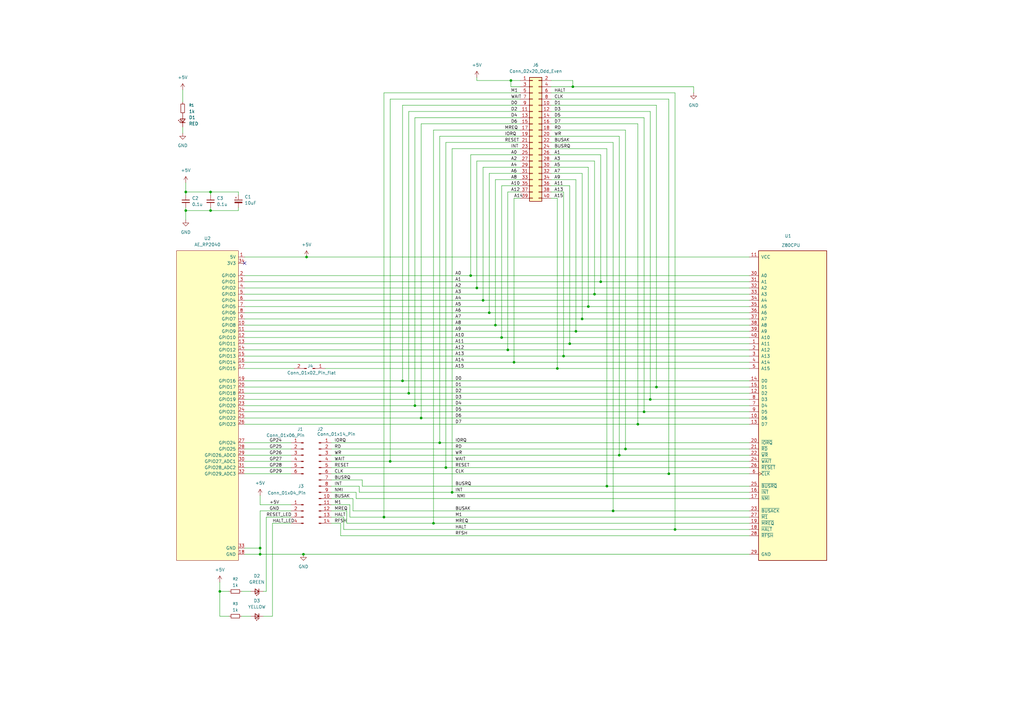
<source format=kicad_sch>
(kicad_sch (version 20250114) (generator "eeschema") (generator_version "9.0")
  (paper "A3")
  (title_block (title "EMUZ80_Pico2") (rev "0.1"))
  (lib_symbols
    (symbol "Connector:Conn_01x04_Pin" (pin_names (offset 1.016) (hide yes))
      (property "Reference" "J" (at 0 5.08 0))
      (property "Value" "Conn_01x04_Pin" (at 0 -7.62 0))
      (symbol "Conn_01x04_Pin_1_1"
        (rectangle (start 0.8636 2.667) (end 0 2.413) (stroke (width 0.1524)) (fill (type outline)))
        (rectangle (start 0.8636 0.127) (end 0 -0.127) (stroke (width 0.1524)) (fill (type outline)))
        (rectangle (start 0.8636 -2.413) (end 0 -2.667) (stroke (width 0.1524)) (fill (type outline)))
        (rectangle (start 0.8636 -4.953) (end 0 -5.207) (stroke (width 0.1524)) (fill (type outline)))
        (polyline (pts (xy 1.27 2.54) (xy 0.8636 2.54)) (stroke (width 0.1524)))
        (polyline (pts (xy 1.27 0) (xy 0.8636 0)) (stroke (width 0.1524)))
        (polyline (pts (xy 1.27 -2.54) (xy 0.8636 -2.54)) (stroke (width 0.1524)))
        (polyline (pts (xy 1.27 -5.08) (xy 0.8636 -5.08)) (stroke (width 0.1524)))
        (pin passive line (at 5.08 2.54 180) (length 3.81) (name "Pin_1") (number "1"))
        (pin passive line (at 5.08 0 180) (length 3.81) (name "Pin_2") (number "2"))
        (pin passive line (at 5.08 -2.54 180) (length 3.81) (name "Pin_3") (number "3"))
        (pin passive line (at 5.08 -5.08 180) (length 3.81) (name "Pin_4") (number "4"))
      )
    )
    (symbol "Connector:Conn_01x06_Pin" (pin_names (offset 1.016) (hide yes))
      (property "Reference" "J" (at 0 7.62 0))
      (property "Value" "Conn_01x06_Pin" (at 0 -10.16 0))
      (symbol "Conn_01x06_Pin_1_1"
        (rectangle (start 0.8636 5.207) (end 0 4.953) (stroke (width 0.1524)) (fill (type outline)))
        (rectangle (start 0.8636 2.667) (end 0 2.413) (stroke (width 0.1524)) (fill (type outline)))
        (rectangle (start 0.8636 0.127) (end 0 -0.127) (stroke (width 0.1524)) (fill (type outline)))
        (rectangle (start 0.8636 -2.413) (end 0 -2.667) (stroke (width 0.1524)) (fill (type outline)))
        (rectangle (start 0.8636 -4.953) (end 0 -5.207) (stroke (width 0.1524)) (fill (type outline)))
        (rectangle (start 0.8636 -7.493) (end 0 -7.747) (stroke (width 0.1524)) (fill (type outline)))
        (polyline (pts (xy 1.27 5.08) (xy 0.8636 5.08)) (stroke (width 0.1524)))
        (polyline (pts (xy 1.27 2.54) (xy 0.8636 2.54)) (stroke (width 0.1524)))
        (polyline (pts (xy 1.27 0) (xy 0.8636 0)) (stroke (width 0.1524)))
        (polyline (pts (xy 1.27 -2.54) (xy 0.8636 -2.54)) (stroke (width 0.1524)))
        (polyline (pts (xy 1.27 -5.08) (xy 0.8636 -5.08)) (stroke (width 0.1524)))
        (polyline (pts (xy 1.27 -7.62) (xy 0.8636 -7.62)) (stroke (width 0.1524)))
        (pin passive line (at 5.08 5.08 180) (length 3.81) (name "Pin_1") (number "1"))
        (pin passive line (at 5.08 2.54 180) (length 3.81) (name "Pin_2") (number "2"))
        (pin passive line (at 5.08 0 180) (length 3.81) (name "Pin_3") (number "3"))
        (pin passive line (at 5.08 -2.54 180) (length 3.81) (name "Pin_4") (number "4"))
        (pin passive line (at 5.08 -5.08 180) (length 3.81) (name "Pin_5") (number "5"))
        (pin passive line (at 5.08 -7.62 180) (length 3.81) (name "Pin_6") (number "6"))
      )
    )
    (symbol "Connector:Conn_01x14_Pin" (pin_names (offset 1.016) (hide yes))
      (property "Reference" "J" (at 0 17.78 0))
      (property "Value" "Conn_01x14_Pin" (at 0 -20.32 0))
      (symbol "Conn_01x14_Pin_1_1"
        (rectangle (start 0.8636 15.367) (end 0 15.113) (stroke (width 0.1524)) (fill (type outline)))
        (rectangle (start 0.8636 12.827) (end 0 12.573) (stroke (width 0.1524)) (fill (type outline)))
        (rectangle (start 0.8636 10.287) (end 0 10.033) (stroke (width 0.1524)) (fill (type outline)))
        (rectangle (start 0.8636 7.747) (end 0 7.493) (stroke (width 0.1524)) (fill (type outline)))
        (rectangle (start 0.8636 5.207) (end 0 4.953) (stroke (width 0.1524)) (fill (type outline)))
        (rectangle (start 0.8636 2.667) (end 0 2.413) (stroke (width 0.1524)) (fill (type outline)))
        (rectangle (start 0.8636 0.127) (end 0 -0.127) (stroke (width 0.1524)) (fill (type outline)))
        (rectangle (start 0.8636 -2.413) (end 0 -2.667) (stroke (width 0.1524)) (fill (type outline)))
        (rectangle (start 0.8636 -4.953) (end 0 -5.207) (stroke (width 0.1524)) (fill (type outline)))
        (rectangle (start 0.8636 -7.493) (end 0 -7.747) (stroke (width 0.1524)) (fill (type outline)))
        (rectangle (start 0.8636 -10.033) (end 0 -10.287) (stroke (width 0.1524)) (fill (type outline)))
        (rectangle (start 0.8636 -12.573) (end 0 -12.827) (stroke (width 0.1524)) (fill (type outline)))
        (rectangle (start 0.8636 -15.113) (end 0 -15.367) (stroke (width 0.1524)) (fill (type outline)))
        (rectangle (start 0.8636 -17.653) (end 0 -17.907) (stroke (width 0.1524)) (fill (type outline)))
        (polyline (pts (xy 1.27 15.24) (xy 0.8636 15.24)) (stroke (width 0.1524)))
        (polyline (pts (xy 1.27 12.7) (xy 0.8636 12.7)) (stroke (width 0.1524)))
        (polyline (pts (xy 1.27 10.16) (xy 0.8636 10.16)) (stroke (width 0.1524)))
        (polyline (pts (xy 1.27 7.62) (xy 0.8636 7.62)) (stroke (width 0.1524)))
        (polyline (pts (xy 1.27 5.08) (xy 0.8636 5.08)) (stroke (width 0.1524)))
        (polyline (pts (xy 1.27 2.54) (xy 0.8636 2.54)) (stroke (width 0.1524)))
        (polyline (pts (xy 1.27 0) (xy 0.8636 0)) (stroke (width 0.1524)))
        (polyline (pts (xy 1.27 -2.54) (xy 0.8636 -2.54)) (stroke (width 0.1524)))
        (polyline (pts (xy 1.27 -5.08) (xy 0.8636 -5.08)) (stroke (width 0.1524)))
        (polyline (pts (xy 1.27 -7.62) (xy 0.8636 -7.62)) (stroke (width 0.1524)))
        (polyline (pts (xy 1.27 -10.16) (xy 0.8636 -10.16)) (stroke (width 0.1524)))
        (polyline (pts (xy 1.27 -12.7) (xy 0.8636 -12.7)) (stroke (width 0.1524)))
        (polyline (pts (xy 1.27 -15.24) (xy 0.8636 -15.24)) (stroke (width 0.1524)))
        (polyline (pts (xy 1.27 -17.78) (xy 0.8636 -17.78)) (stroke (width 0.1524)))
        (pin passive line (at 5.08 15.24 180) (length 3.81) (name "Pin_1") (number "1"))
        (pin passive line (at 5.08 12.7 180) (length 3.81) (name "Pin_2") (number "2"))
        (pin passive line (at 5.08 10.16 180) (length 3.81) (name "Pin_3") (number "3"))
        (pin passive line (at 5.08 7.62 180) (length 3.81) (name "Pin_4") (number "4"))
        (pin passive line (at 5.08 5.08 180) (length 3.81) (name "Pin_5") (number "5"))
        (pin passive line (at 5.08 2.54 180) (length 3.81) (name "Pin_6") (number "6"))
        (pin passive line (at 5.08 0 180) (length 3.81) (name "Pin_7") (number "7"))
        (pin passive line (at 5.08 -2.54 180) (length 3.81) (name "Pin_8") (number "8"))
        (pin passive line (at 5.08 -5.08 180) (length 3.81) (name "Pin_9") (number "9"))
        (pin passive line (at 5.08 -7.62 180) (length 3.81) (name "Pin_10") (number "10"))
        (pin passive line (at 5.08 -10.16 180) (length 3.81) (name "Pin_11") (number "11"))
        (pin passive line (at 5.08 -12.7 180) (length 3.81) (name "Pin_12") (number "12"))
        (pin passive line (at 5.08 -15.24 180) (length 3.81) (name "Pin_13") (number "13"))
        (pin passive line (at 5.08 -17.78 180) (length 3.81) (name "Pin_14") (number "14"))
      )
    )
    (symbol "Connector_Generic:Conn_02x20_Odd_Even" (pin_names (offset 1.016) (hide yes))
      (property "Reference" "J" (at 1.27 25.4 0))
      (property "Value" "Conn_02x20_Odd_Even" (at 1.27 -27.94 0))
      (symbol "Conn_02x20_Odd_Even_1_1"
        (rectangle (start -1.27 24.13) (end 3.81 -26.67) (stroke (width 0.254)) (fill (type background)))
        (rectangle (start -1.27 22.987) (end 0 22.733) (stroke (width 0.1524)))
        (rectangle (start -1.27 20.447) (end 0 20.193) (stroke (width 0.1524)))
        (rectangle (start -1.27 17.907) (end 0 17.653) (stroke (width 0.1524)))
        (rectangle (start -1.27 15.367) (end 0 15.113) (stroke (width 0.1524)))
        (rectangle (start -1.27 12.827) (end 0 12.573) (stroke (width 0.1524)))
        (rectangle (start -1.27 10.287) (end 0 10.033) (stroke (width 0.1524)))
        (rectangle (start -1.27 7.747) (end 0 7.493) (stroke (width 0.1524)))
        (rectangle (start -1.27 5.207) (end 0 4.953) (stroke (width 0.1524)))
        (rectangle (start -1.27 2.667) (end 0 2.413) (stroke (width 0.1524)))
        (rectangle (start -1.27 0.127) (end 0 -0.127) (stroke (width 0.1524)))
        (rectangle (start -1.27 -2.413) (end 0 -2.667) (stroke (width 0.1524)))
        (rectangle (start -1.27 -4.953) (end 0 -5.207) (stroke (width 0.1524)))
        (rectangle (start -1.27 -7.493) (end 0 -7.747) (stroke (width 0.1524)))
        (rectangle (start -1.27 -10.033) (end 0 -10.287) (stroke (width 0.1524)))
        (rectangle (start -1.27 -12.573) (end 0 -12.827) (stroke (width 0.1524)))
        (rectangle (start -1.27 -15.113) (end 0 -15.367) (stroke (width 0.1524)))
        (rectangle (start -1.27 -17.653) (end 0 -17.907) (stroke (width 0.1524)))
        (rectangle (start -1.27 -20.193) (end 0 -20.447) (stroke (width 0.1524)))
        (rectangle (start -1.27 -22.733) (end 0 -22.987) (stroke (width 0.1524)))
        (rectangle (start -1.27 -25.273) (end 0 -25.527) (stroke (width 0.1524)))
        (rectangle (start 3.81 22.987) (end 2.54 22.733) (stroke (width 0.1524)))
        (rectangle (start 3.81 20.447) (end 2.54 20.193) (stroke (width 0.1524)))
        (rectangle (start 3.81 17.907) (end 2.54 17.653) (stroke (width 0.1524)))
        (rectangle (start 3.81 15.367) (end 2.54 15.113) (stroke (width 0.1524)))
        (rectangle (start 3.81 12.827) (end 2.54 12.573) (stroke (width 0.1524)))
        (rectangle (start 3.81 10.287) (end 2.54 10.033) (stroke (width 0.1524)))
        (rectangle (start 3.81 7.747) (end 2.54 7.493) (stroke (width 0.1524)))
        (rectangle (start 3.81 5.207) (end 2.54 4.953) (stroke (width 0.1524)))
        (rectangle (start 3.81 2.667) (end 2.54 2.413) (stroke (width 0.1524)))
        (rectangle (start 3.81 0.127) (end 2.54 -0.127) (stroke (width 0.1524)))
        (rectangle (start 3.81 -2.413) (end 2.54 -2.667) (stroke (width 0.1524)))
        (rectangle (start 3.81 -4.953) (end 2.54 -5.207) (stroke (width 0.1524)))
        (rectangle (start 3.81 -7.493) (end 2.54 -7.747) (stroke (width 0.1524)))
        (rectangle (start 3.81 -10.033) (end 2.54 -10.287) (stroke (width 0.1524)))
        (rectangle (start 3.81 -12.573) (end 2.54 -12.827) (stroke (width 0.1524)))
        (rectangle (start 3.81 -15.113) (end 2.54 -15.367) (stroke (width 0.1524)))
        (rectangle (start 3.81 -17.653) (end 2.54 -17.907) (stroke (width 0.1524)))
        (rectangle (start 3.81 -20.193) (end 2.54 -20.447) (stroke (width 0.1524)))
        (rectangle (start 3.81 -22.733) (end 2.54 -22.987) (stroke (width 0.1524)))
        (rectangle (start 3.81 -25.273) (end 2.54 -25.527) (stroke (width 0.1524)))
        (pin passive line (at -5.08 22.86 0) (length 3.81) (name "Pin_1") (number "1"))
        (pin passive line (at -5.08 20.32 0) (length 3.81) (name "Pin_3") (number "3"))
        (pin passive line (at -5.08 17.78 0) (length 3.81) (name "Pin_5") (number "5"))
        (pin passive line (at -5.08 15.24 0) (length 3.81) (name "Pin_7") (number "7"))
        (pin passive line (at -5.08 12.7 0) (length 3.81) (name "Pin_9") (number "9"))
        (pin passive line (at -5.08 10.16 0) (length 3.81) (name "Pin_11") (number "11"))
        (pin passive line (at -5.08 7.62 0) (length 3.81) (name "Pin_13") (number "13"))
        (pin passive line (at -5.08 5.08 0) (length 3.81) (name "Pin_15") (number "15"))
        (pin passive line (at -5.08 2.54 0) (length 3.81) (name "Pin_17") (number "17"))
        (pin passive line (at -5.08 0 0) (length 3.81) (name "Pin_19") (number "19"))
        (pin passive line (at -5.08 -2.54 0) (length 3.81) (name "Pin_21") (number "21"))
        (pin passive line (at -5.08 -5.08 0) (length 3.81) (name "Pin_23") (number "23"))
        (pin passive line (at -5.08 -7.62 0) (length 3.81) (name "Pin_25") (number "25"))
        (pin passive line (at -5.08 -10.16 0) (length 3.81) (name "Pin_27") (number "27"))
        (pin passive line (at -5.08 -12.7 0) (length 3.81) (name "Pin_29") (number "29"))
        (pin passive line (at -5.08 -15.24 0) (length 3.81) (name "Pin_31") (number "31"))
        (pin passive line (at -5.08 -17.78 0) (length 3.81) (name "Pin_33") (number "33"))
        (pin passive line (at -5.08 -20.32 0) (length 3.81) (name "Pin_35") (number "35"))
        (pin passive line (at -5.08 -22.86 0) (length 3.81) (name "Pin_37") (number "37"))
        (pin passive line (at -5.08 -25.4 0) (length 3.81) (name "Pin_39") (number "39"))
        (pin passive line (at 7.62 22.86 180) (length 3.81) (name "Pin_2") (number "2"))
        (pin passive line (at 7.62 20.32 180) (length 3.81) (name "Pin_4") (number "4"))
        (pin passive line (at 7.62 17.78 180) (length 3.81) (name "Pin_6") (number "6"))
        (pin passive line (at 7.62 15.24 180) (length 3.81) (name "Pin_8") (number "8"))
        (pin passive line (at 7.62 12.7 180) (length 3.81) (name "Pin_10") (number "10"))
        (pin passive line (at 7.62 10.16 180) (length 3.81) (name "Pin_12") (number "12"))
        (pin passive line (at 7.62 7.62 180) (length 3.81) (name "Pin_14") (number "14"))
        (pin passive line (at 7.62 5.08 180) (length 3.81) (name "Pin_16") (number "16"))
        (pin passive line (at 7.62 2.54 180) (length 3.81) (name "Pin_18") (number "18"))
        (pin passive line (at 7.62 0 180) (length 3.81) (name "Pin_20") (number "20"))
        (pin passive line (at 7.62 -2.54 180) (length 3.81) (name "Pin_22") (number "22"))
        (pin passive line (at 7.62 -5.08 180) (length 3.81) (name "Pin_24") (number "24"))
        (pin passive line (at 7.62 -7.62 180) (length 3.81) (name "Pin_26") (number "26"))
        (pin passive line (at 7.62 -10.16 180) (length 3.81) (name "Pin_28") (number "28"))
        (pin passive line (at 7.62 -12.7 180) (length 3.81) (name "Pin_30") (number "30"))
        (pin passive line (at 7.62 -15.24 180) (length 3.81) (name "Pin_32") (number "32"))
        (pin passive line (at 7.62 -17.78 180) (length 3.81) (name "Pin_34") (number "34"))
        (pin passive line (at 7.62 -20.32 180) (length 3.81) (name "Pin_36") (number "36"))
        (pin passive line (at 7.62 -22.86 180) (length 3.81) (name "Pin_38") (number "38"))
        (pin passive line (at 7.62 -25.4 180) (length 3.81) (name "Pin_40") (number "40"))
      )
    )
    (symbol "Device:C_Polarized_Small" (pin_numbers (hide yes)) (pin_names (offset 0.254) (hide yes))
      (property "Reference" "C" (at 0.254 1.778 0))
      (property "Value" "C_Polarized_Small" (at 0.254 -2.032 0))
      (symbol "C_Polarized_Small_0_1"
        (rectangle (start -1.524 0.6858) (end 1.524 0.3048))
        (rectangle (start -1.524 -0.3048) (end 1.524 -0.6858) (fill (type outline)))
        (polyline (pts (xy -1.27 1.524) (xy -0.762 1.524)))
        (polyline (pts (xy -1.016 1.27) (xy -1.016 1.778)))
      )
      (symbol "C_Polarized_Small_1_1"
        (pin passive line (at 0 2.54 270) (length 1.8542) (name "~") (number "1"))
        (pin passive line (at 0 -2.54 90) (length 1.8542) (name "~") (number "2"))
      )
    )
    (symbol "Device:C_Small" (pin_numbers (hide yes)) (pin_names (offset 0.254) (hide yes))
      (property "Reference" "C" (at 0.254 1.778 0))
      (property "Value" "C_Small" (at 0.254 -2.032 0))
      (symbol "C_Small_0_1"
        (polyline (pts (xy -1.524 0.508) (xy 1.524 0.508)) (stroke (width 0.3048)))
        (polyline (pts (xy -1.524 -0.508) (xy 1.524 -0.508)) (stroke (width 0.3302)))
      )
      (symbol "C_Small_1_1"
        (pin passive line (at 0 2.54 270) (length 2.032) (name "~") (number "1"))
        (pin passive line (at 0 -2.54 90) (length 2.032) (name "~") (number "2"))
      )
    )
    (symbol "local:AE_RP2040" (pin_names (offset 1.016))
      (property "Reference" "U" (at -10.414 57.912 0))
      (property "Value" "AE_RP2040" (at -6.096 60.96 0))
      (symbol "AE_RP2040_0_1"
        (rectangle (start -12.7 63.5) (end 12.7 -63.5) (fill (type background)))
      )
      (symbol "AE_RP2040_1_1"
        (pin power_out line (at 15.24 60.96 180) (length 2.54) (name "5V") (number "1"))
        (pin power_out line (at 15.24 58.42 180) (length 2.54) (name "3V3") (number "34"))
        (pin bidirectional line (at 15.24 53.34 180) (length 2.54) (name "GPIO0") (number "2"))
        (pin bidirectional line (at 15.24 50.8 180) (length 2.54) (name "GPIO1") (number "3"))
        (pin bidirectional line (at 15.24 48.26 180) (length 2.54) (name "GPIO2") (number "4"))
        (pin bidirectional line (at 15.24 45.72 180) (length 2.54) (name "GPIO3") (number "5"))
        (pin bidirectional line (at 15.24 43.18 180) (length 2.54) (name "GPIO4") (number "6"))
        (pin bidirectional line (at 15.24 40.64 180) (length 2.54) (name "GPIO5") (number "7"))
        (pin bidirectional line (at 15.24 38.1 180) (length 2.54) (name "GPIO6") (number "8"))
        (pin bidirectional line (at 15.24 35.56 180) (length 2.54) (name "GPIO7") (number "9"))
        (pin bidirectional line (at 15.24 33.02 180) (length 2.54) (name "GPIO8") (number "10"))
        (pin bidirectional line (at 15.24 30.48 180) (length 2.54) (name "GPIO9") (number "11"))
        (pin bidirectional line (at 15.24 27.94 180) (length 2.54) (name "GPIO10") (number "12"))
        (pin bidirectional line (at 15.24 25.4 180) (length 2.54) (name "GPIO11") (number "13"))
        (pin bidirectional line (at 15.24 22.86 180) (length 2.54) (name "GPIO12") (number "14"))
        (pin bidirectional line (at 15.24 20.32 180) (length 2.54) (name "GPIO13") (number "15"))
        (pin bidirectional line (at 15.24 17.78 180) (length 2.54) (name "GPIO14") (number "16"))
        (pin bidirectional line (at 15.24 15.24 180) (length 2.54) (name "GPIO15") (number "17"))
        (pin bidirectional line (at 15.24 10.16 180) (length 2.54) (name "GPIO16") (number "19"))
        (pin bidirectional line (at 15.24 7.62 180) (length 2.54) (name "GPIO17") (number "20"))
        (pin bidirectional line (at 15.24 5.08 180) (length 2.54) (name "GPIO18") (number "21"))
        (pin bidirectional line (at 15.24 2.54 180) (length 2.54) (name "GPIO19") (number "22"))
        (pin bidirectional line (at 15.24 0 180) (length 2.54) (name "GPIO20") (number "23"))
        (pin bidirectional line (at 15.24 -2.54 180) (length 2.54) (name "GPIO21") (number "24"))
        (pin bidirectional line (at 15.24 -5.08 180) (length 2.54) (name "GPIO22") (number "25"))
        (pin bidirectional line (at 15.24 -7.62 180) (length 2.54) (name "GPIO23") (number "26"))
        (pin bidirectional line (at 15.24 -15.24 180) (length 2.54) (name "GPIO24") (number "27"))
        (pin bidirectional line (at 15.24 -17.78 180) (length 2.54) (name "GPIO25") (number "28"))
        (pin bidirectional line (at 15.24 -20.32 180) (length 2.54) (name "GPIO26_ADC0") (number "29"))
        (pin bidirectional line (at 15.24 -22.86 180) (length 2.54) (name "GPIO27_ADC1") (number "30"))
        (pin bidirectional line (at 15.24 -25.4 180) (length 2.54) (name "GPIO28_ADC2") (number "31"))
        (pin bidirectional line (at 15.24 -27.94 180) (length 2.54) (name "GPIO29_ADC3") (number "32"))
        (pin power_in line (at 15.24 -58.42 180) (length 2.54) (name "GND") (number "33"))
        (pin power_in line (at 15.24 -60.96 180) (length 2.54) (name "GND") (number "18"))
      )
    )
    (symbol "local:Conn_01x02_Pin_flat" (pin_names (offset 1.016) (hide yes))
      (property "Reference" "J" (at 0 2.54 0))
      (property "Value" "Conn_01x02_Pin_flat" (at 0 -5.08 0))
      (symbol "Conn_01x02_Pin_flat_1_1"
        (polyline (pts (xy -3.81 0) (xy -3.4036 0)) (stroke (width 0.1524)))
        (rectangle (start -3.4036 0.127) (end -2.54 -0.127) (stroke (width 0.1524)) (fill (type outline)))
        (rectangle (start 0.8636 0.127) (end 0 -0.127) (stroke (width 0.1524)) (fill (type outline)))
        (polyline (pts (xy 1.27 0) (xy 0.8636 0)) (stroke (width 0.1524)))
        (pin passive line (at -7.62 0 0) (length 3.81) (name "Pin_2") (number "2"))
        (pin passive line (at 5.08 0 180) (length 3.81) (name "Pin_1") (number "1"))
      )
    )
    (symbol "local:LED_Small" (pin_numbers (hide yes)) (pin_names (offset 0.254) (hide yes))
      (property "Reference" "D" (at -1.27 3.175 0))
      (property "Value" "LED_Small" (at -4.445 -2.54 0))
      (symbol "LED_Small_0_1"
        (polyline (pts (xy -0.762 -1.016) (xy -0.762 1.016)) (stroke (width 0.254)))
        (polyline (pts (xy 0 0.762) (xy -0.508 1.27) (xy -0.254 1.27) (xy -0.508 1.27) (xy -0.508 1.016)))
        (polyline (pts (xy 0.508 1.27) (xy 0 1.778) (xy 0.254 1.778) (xy 0 1.778) (xy 0 1.524)))
        (polyline (pts (xy 0.762 -1.016) (xy -0.762 0) (xy 0.762 1.016) (xy 0.762 -1.016)) (stroke (width 0.254)))
        (polyline (pts (xy 1.016 0) (xy -0.762 0)))
      )
      (symbol "LED_Small_1_1"
        (pin passive line (at -2.54 0 0) (length 1.778) (name "K") (number "1"))
        (pin passive line (at 2.54 0 180) (length 1.778) (name "A") (number "2"))
      )
    )
    (symbol "local:R_Small" (pin_numbers (hide yes)) (pin_names (offset 0.254) (hide yes))
      (property "Reference" "R" (at 0 0 90))
      (property "Value" "R_Small" (at 1.778 0 90))
      (symbol "R_Small_0_1"
        (rectangle (start -0.762 1.778) (end 0.762 -1.778) (stroke (width 0.2032)))
      )
      (symbol "R_Small_1_1"
        (pin passive line (at 0 2.54 270) (length 0.762) (name "~") (number "1"))
        (pin passive line (at 0 -2.54 90) (length 0.762) (name "~") (number "2"))
      )
    )
    (symbol "local:Z80CPU_OneSide" (pin_names (offset 1.016))
      (property "Reference" "U" (at 4.064 57.912 0))
      (property "Value" "Z80CPU" (at 2.54 60.96 0))
      (symbol "Z80CPU_OneSide_0_1"
        (rectangle (start -13.97 63.5) (end 13.97 -63.5) (stroke (width 0.254)) (fill (type background)))
      )
      (symbol "Z80CPU_OneSide_1_1"
        (pin power_in line (at -17.78 60.96 0) (length 3.81) (name "VCC") (number "11"))
        (pin output line (at -17.78 53.34 0) (length 3.81) (name "A0") (number "30"))
        (pin output line (at -17.78 50.8 0) (length 3.81) (name "A1") (number "31"))
        (pin output line (at -17.78 48.26 0) (length 3.81) (name "A2") (number "32"))
        (pin output line (at -17.78 45.72 0) (length 3.81) (name "A3") (number "33"))
        (pin output line (at -17.78 43.18 0) (length 3.81) (name "A4") (number "34"))
        (pin output line (at -17.78 40.64 0) (length 3.81) (name "A5") (number "35"))
        (pin output line (at -17.78 38.1 0) (length 3.81) (name "A6") (number "36"))
        (pin output line (at -17.78 35.56 0) (length 3.81) (name "A7") (number "37"))
        (pin output line (at -17.78 33.02 0) (length 3.81) (name "A8") (number "38"))
        (pin output line (at -17.78 30.48 0) (length 3.81) (name "A9") (number "39"))
        (pin output line (at -17.78 27.94 0) (length 3.81) (name "A10") (number "40"))
        (pin output line (at -17.78 25.4 0) (length 3.81) (name "A11") (number "1"))
        (pin output line (at -17.78 22.86 0) (length 3.81) (name "A12") (number "2"))
        (pin output line (at -17.78 20.32 0) (length 3.81) (name "A13") (number "3"))
        (pin output line (at -17.78 17.78 0) (length 3.81) (name "A14") (number "4"))
        (pin output line (at -17.78 15.24 0) (length 3.81) (name "A15") (number "5"))
        (pin bidirectional line (at -17.78 10.16 0) (length 3.81) (name "D0") (number "14"))
        (pin bidirectional line (at -17.78 7.62 0) (length 3.81) (name "D1") (number "15"))
        (pin bidirectional line (at -17.78 5.08 0) (length 3.81) (name "D2") (number "12"))
        (pin bidirectional line (at -17.78 2.54 0) (length 3.81) (name "D3") (number "8"))
        (pin bidirectional line (at -17.78 0 0) (length 3.81) (name "D4") (number "7"))
        (pin bidirectional line (at -17.78 -2.54 0) (length 3.81) (name "D5") (number "9"))
        (pin bidirectional line (at -17.78 -5.08 0) (length 3.81) (name "D6") (number "10"))
        (pin bidirectional line (at -17.78 -7.62 0) (length 3.81) (name "D7") (number "13"))
        (pin output line (at -17.78 -15.24 0) (length 3.81) (name "~{IORQ}") (number "20"))
        (pin output line (at -17.78 -17.78 0) (length 3.81) (name "~{RD}") (number "21"))
        (pin output line (at -17.78 -20.32 0) (length 3.81) (name "~{WR}") (number "22"))
        (pin input line (at -17.78 -22.86 0) (length 3.81) (name "~{WAIT}") (number "24"))
        (pin input line (at -17.78 -25.4 0) (length 3.81) (name "~{RESET}") (number "26"))
        (pin input clock (at -17.78 -27.94 0) (length 3.81) (name "~{CLK}") (number "6"))
        (pin input line (at -17.78 -33.02 0) (length 3.81) (name "~{BUSRQ}") (number "25"))
        (pin input line (at -17.78 -35.56 0) (length 3.81) (name "~{INT}") (number "16"))
        (pin input line (at -17.78 -38.1 0) (length 3.81) (name "~{NMI}") (number "17"))
        (pin output line (at -17.78 -43.18 0) (length 3.81) (name "~{BUSACK}") (number "23"))
        (pin output line (at -17.78 -45.72 0) (length 3.81) (name "~{M1}") (number "27"))
        (pin output line (at -17.78 -48.26 0) (length 3.81) (name "~{MREQ}") (number "19"))
        (pin output line (at -17.78 -50.8 0) (length 3.81) (name "~{HALT}") (number "18"))
        (pin output line (at -17.78 -53.34 0) (length 3.81) (name "~{RFSH}") (number "28"))
        (pin power_in line (at -17.78 -60.96 0) (length 3.81) (name "GND") (number "29"))
      )
    )
    (symbol "power:+5V" (power) (pin_numbers (hide yes)) (pin_names (offset 0) (hide yes))
      (property "Value" "+5V" (at 0 3.556 0))
      (symbol "+5V_0_1"
        (polyline (pts (xy -0.762 1.27) (xy 0 2.54)))
        (polyline (pts (xy 0 2.54) (xy 0.762 1.27)))
        (polyline (pts (xy 0 0) (xy 0 2.54)))
      )
      (symbol "+5V_1_1"
        (pin power_in line (at 0 0 90) (length 0) (name "~") (number "1"))
      )
    )
    (symbol "power:GND" (power) (pin_numbers (hide yes)) (pin_names (offset 0) (hide yes))
      (property "Value" "GND" (at 0 -3.81 0))
      (symbol "GND_0_1"
        (polyline (pts (xy 0 0) (xy 0 -1.27) (xy 1.27 -1.27) (xy 0 -2.54) (xy -1.27 -1.27) (xy 0 -1.27)))
      )
      (symbol "GND_1_1"
        (pin power_in line (at 0 0 270) (length 0) (name "~") (number "1"))
      )
    )
  )
  (junction (at 246.38 115.57))
  (junction (at 125.73 105.41))
  (junction (at 195.58 118.11))
  (junction (at 209.55 33.02))
  (junction (at 165.1 156.21))
  (junction (at 157.48 212.09))
  (junction (at 172.72 171.45))
  (junction (at 264.16 168.91))
  (junction (at 233.68 140.97))
  (junction (at 124.46 227.33))
  (junction (at 266.7 163.83))
  (junction (at 180.34 181.61))
  (junction (at 208.28 143.51))
  (junction (at 106.68 227.33))
  (junction (at 185.42 201.93))
  (junction (at 243.84 120.65))
  (junction (at 193.04 113.03))
  (junction (at 182.88 191.77))
  (junction (at 254 186.69))
  (junction (at 241.3 125.73))
  (junction (at 248.92 199.39))
  (junction (at 198.12 123.19))
  (junction (at 90.17 242.57))
  (junction (at 269.24 158.75))
  (junction (at 276.86 217.17))
  (junction (at 256.54 184.15))
  (junction (at 160.02 189.23))
  (junction (at 170.18 166.37))
  (junction (at 228.6 151.13))
  (junction (at 203.2 133.35))
  (junction (at 167.64 161.29))
  (junction (at 234.95 35.56))
  (junction (at 238.76 130.81))
  (junction (at 76.2 78.74))
  (junction (at 200.66 128.27))
  (junction (at 86.36 86.36))
  (junction (at 86.36 78.74))
  (junction (at 177.8 214.63))
  (junction (at 231.14 146.05))
  (junction (at 106.68 224.79))
  (junction (at 274.32 194.31))
  (junction (at 76.2 86.36))
  (junction (at 261.62 173.99))
  (junction (at 205.74 138.43))
  (junction (at 210.82 148.59))
  (junction (at 251.46 209.55))
  (junction (at 236.22 135.89))
  (no_connect (at 100.33 107.95))
  (wire (pts (xy 100.33 171.45) (xy 172.72 171.45)))
  (wire (pts (xy 238.76 130.81) (xy 307.34 130.81)))
  (wire (pts (xy 210.82 148.59) (xy 307.34 148.59)))
  (wire (pts (xy 135.89 189.23) (xy 160.02 189.23)))
  (wire (pts (xy 248.92 199.39) (xy 307.34 199.39)))
  (wire (pts (xy 226.06 33.02) (xy 234.95 33.02)))
  (wire (pts (xy 208.28 143.51) (xy 307.34 143.51)))
  (wire (pts (xy 210.82 81.28) (xy 210.82 148.59)))
  (wire (pts (xy 160.02 40.64) (xy 160.02 189.23)))
  (wire (pts (xy 106.68 207.01) (xy 119.38 207.01)))
  (wire (pts (xy 165.1 156.21) (xy 307.34 156.21)))
  (wire (pts (xy 111.76 214.63) (xy 119.38 214.63)))
  (wire (pts (xy 226.06 71.12) (xy 238.76 71.12)))
  (wire (pts (xy 106.68 227.33) (xy 124.46 227.33)))
  (wire (pts (xy 226.06 60.96) (xy 248.92 60.96)))
  (wire (pts (xy 208.28 78.74) (xy 213.36 78.74)))
  (wire (pts (xy 100.33 173.99) (xy 261.62 173.99)))
  (wire (pts (xy 148.59 196.85) (xy 148.59 199.39)))
  (wire (pts (xy 198.12 123.19) (xy 307.34 123.19)))
  (wire (pts (xy 226.06 53.34) (xy 256.54 53.34)))
  (wire (pts (xy 226.06 78.74) (xy 231.14 78.74)))
  (wire (pts (xy 157.48 212.09) (xy 307.34 212.09)))
  (wire (pts (xy 100.33 158.75) (xy 269.24 158.75)))
  (wire (pts (xy 135.89 181.61) (xy 180.34 181.61)))
  (wire (pts (xy 248.92 60.96) (xy 248.92 199.39)))
  (wire (pts (xy 198.12 68.58) (xy 213.36 68.58)))
  (wire (pts (xy 167.64 45.72) (xy 167.64 161.29)))
  (wire (pts (xy 226.06 40.64) (xy 274.32 40.64)))
  (wire (pts (xy 100.33 135.89) (xy 236.22 135.89)))
  (wire (pts (xy 100.33 156.21) (xy 165.1 156.21)))
  (wire (pts (xy 185.42 201.93) (xy 307.34 201.93)))
  (wire (pts (xy 193.04 63.5) (xy 193.04 113.03)))
  (wire (pts (xy 203.2 133.35) (xy 307.34 133.35)))
  (wire (pts (xy 182.88 58.42) (xy 213.36 58.42)))
  (wire (pts (xy 195.58 33.02) (xy 209.55 33.02)))
  (wire (pts (xy 100.33 184.15) (xy 119.38 184.15)))
  (wire (pts (xy 133.35 151.13) (xy 228.6 151.13)))
  (wire (pts (xy 243.84 120.65) (xy 307.34 120.65)))
  (wire (pts (xy 100.33 105.41) (xy 125.73 105.41)))
  (wire (pts (xy 200.66 128.27) (xy 307.34 128.27)))
  (wire (pts (xy 256.54 184.15) (xy 307.34 184.15)))
  (wire (pts (xy 135.89 201.93) (xy 146.05 201.93)))
  (wire (pts (xy 226.06 63.5) (xy 246.38 63.5)))
  (wire (pts (xy 135.89 212.09) (xy 140.97 212.09)))
  (wire (pts (xy 100.33 191.77) (xy 119.38 191.77)))
  (wire (pts (xy 100.33 161.29) (xy 167.64 161.29)))
  (wire (pts (xy 203.2 73.66) (xy 203.2 133.35)))
  (wire (pts (xy 86.36 78.74) (xy 97.79 78.74)))
  (wire (pts (xy 160.02 40.64) (xy 213.36 40.64)))
  (wire (pts (xy 90.17 242.57) (xy 90.17 252.73)))
  (wire (pts (xy 140.97 217.17) (xy 276.86 217.17)))
  (wire (pts (xy 124.46 227.33) (xy 307.34 227.33)))
  (wire (pts (xy 261.62 173.99) (xy 307.34 173.99)))
  (wire (pts (xy 135.89 204.47) (xy 144.78 204.47)))
  (wire (pts (xy 100.33 120.65) (xy 243.84 120.65)))
  (wire (pts (xy 100.33 125.73) (xy 241.3 125.73)))
  (wire (pts (xy 100.33 138.43) (xy 205.74 138.43)))
  (wire (pts (xy 172.72 171.45) (xy 307.34 171.45)))
  (wire (pts (xy 246.38 63.5) (xy 246.38 115.57)))
  (wire (pts (xy 180.34 55.88) (xy 213.36 55.88)))
  (wire (pts (xy 135.89 209.55) (xy 142.24 209.55)))
  (wire (pts (xy 200.66 71.12) (xy 200.66 128.27)))
  (wire (pts (xy 276.86 38.1) (xy 276.86 217.17)))
  (wire (pts (xy 100.33 140.97) (xy 233.68 140.97)))
  (wire (pts (xy 107.95 242.57) (xy 109.22 242.57)))
  (wire (pts (xy 100.33 148.59) (xy 210.82 148.59)))
  (wire (pts (xy 276.86 217.17) (xy 307.34 217.17)))
  (wire (pts (xy 226.06 68.58) (xy 241.3 68.58)))
  (wire (pts (xy 90.17 238.76) (xy 90.17 242.57)))
  (wire (pts (xy 100.33 146.05) (xy 231.14 146.05)))
  (wire (pts (xy 195.58 33.02) (xy 195.58 31.75)))
  (wire (pts (xy 226.06 76.2) (xy 233.68 76.2)))
  (wire (pts (xy 146.05 201.93) (xy 146.05 204.47)))
  (wire (pts (xy 241.3 68.58) (xy 241.3 125.73)))
  (wire (pts (xy 106.68 209.55) (xy 119.38 209.55)))
  (wire (pts (xy 106.68 224.79) (xy 106.68 227.33)))
  (wire (pts (xy 226.06 43.18) (xy 269.24 43.18)))
  (wire (pts (xy 256.54 53.34) (xy 256.54 184.15)))
  (wire (pts (xy 90.17 242.57) (xy 93.98 242.57)))
  (wire (pts (xy 193.04 63.5) (xy 213.36 63.5)))
  (wire (pts (xy 100.33 143.51) (xy 208.28 143.51)))
  (wire (pts (xy 226.06 55.88) (xy 254 55.88)))
  (wire (pts (xy 177.8 214.63) (xy 307.34 214.63)))
  (wire (pts (xy 135.89 199.39) (xy 147.32 199.39)))
  (wire (pts (xy 100.33 163.83) (xy 266.7 163.83)))
  (wire (pts (xy 76.2 74.93) (xy 76.2 78.74)))
  (wire (pts (xy 100.33 194.31) (xy 119.38 194.31)))
  (wire (pts (xy 177.8 53.34) (xy 177.8 214.63)))
  (wire (pts (xy 100.33 128.27) (xy 200.66 128.27)))
  (wire (pts (xy 74.93 52.07) (xy 74.93 54.61)))
  (wire (pts (xy 142.24 214.63) (xy 177.8 214.63)))
  (wire (pts (xy 143.51 207.01) (xy 143.51 212.09)))
  (wire (pts (xy 231.14 78.74) (xy 231.14 146.05)))
  (wire (pts (xy 234.95 33.02) (xy 234.95 35.56)))
  (wire (pts (xy 144.78 204.47) (xy 144.78 209.55)))
  (wire (pts (xy 86.36 86.36) (xy 97.79 86.36)))
  (wire (pts (xy 147.32 199.39) (xy 147.32 201.93)))
  (wire (pts (xy 205.74 76.2) (xy 205.74 138.43)))
  (wire (pts (xy 139.7 214.63) (xy 139.7 219.71)))
  (wire (pts (xy 185.42 60.96) (xy 185.42 201.93)))
  (wire (pts (xy 185.42 60.96) (xy 213.36 60.96)))
  (wire (pts (xy 236.22 135.89) (xy 307.34 135.89)))
  (wire (pts (xy 209.55 33.02) (xy 209.55 35.56)))
  (wire (pts (xy 226.06 35.56) (xy 234.95 35.56)))
  (wire (pts (xy 228.6 151.13) (xy 307.34 151.13)))
  (wire (pts (xy 170.18 48.26) (xy 213.36 48.26)))
  (wire (pts (xy 193.04 113.03) (xy 307.34 113.03)))
  (wire (pts (xy 226.06 66.04) (xy 243.84 66.04)))
  (wire (pts (xy 182.88 58.42) (xy 182.88 191.77)))
  (wire (pts (xy 157.48 38.1) (xy 157.48 212.09)))
  (wire (pts (xy 99.06 242.57) (xy 102.87 242.57)))
  (wire (pts (xy 100.33 123.19) (xy 198.12 123.19)))
  (wire (pts (xy 135.89 196.85) (xy 148.59 196.85)))
  (wire (pts (xy 205.74 138.43) (xy 307.34 138.43)))
  (wire (pts (xy 100.33 113.03) (xy 193.04 113.03)))
  (wire (pts (xy 167.64 45.72) (xy 213.36 45.72)))
  (wire (pts (xy 180.34 181.61) (xy 307.34 181.61)))
  (wire (pts (xy 165.1 43.18) (xy 213.36 43.18)))
  (wire (pts (xy 160.02 189.23) (xy 307.34 189.23)))
  (wire (pts (xy 125.73 105.41) (xy 307.34 105.41)))
  (wire (pts (xy 135.89 194.31) (xy 274.32 194.31)))
  (wire (pts (xy 100.33 181.61) (xy 119.38 181.61)))
  (wire (pts (xy 135.89 207.01) (xy 143.51 207.01)))
  (wire (pts (xy 264.16 168.91) (xy 307.34 168.91)))
  (wire (pts (xy 254 186.69) (xy 307.34 186.69)))
  (wire (pts (xy 251.46 209.55) (xy 307.34 209.55)))
  (wire (pts (xy 142.24 209.55) (xy 142.24 214.63)))
  (wire (pts (xy 208.28 78.74) (xy 208.28 143.51)))
  (wire (pts (xy 144.78 209.55) (xy 251.46 209.55)))
  (wire (pts (xy 109.22 212.09) (xy 109.22 242.57)))
  (wire (pts (xy 106.68 224.79) (xy 106.68 209.55)))
  (wire (pts (xy 209.55 33.02) (xy 213.36 33.02)))
  (wire (pts (xy 233.68 76.2) (xy 233.68 140.97)))
  (wire (pts (xy 226.06 48.26) (xy 264.16 48.26)))
  (wire (pts (xy 213.36 38.1) (xy 157.48 38.1)))
  (wire (pts (xy 269.24 158.75) (xy 307.34 158.75)))
  (wire (pts (xy 226.06 50.8) (xy 261.62 50.8)))
  (wire (pts (xy 100.33 115.57) (xy 246.38 115.57)))
  (wire (pts (xy 99.06 252.73) (xy 102.87 252.73)))
  (wire (pts (xy 106.68 203.2) (xy 106.68 207.01)))
  (wire (pts (xy 76.2 78.74) (xy 86.36 78.74)))
  (wire (pts (xy 251.46 58.42) (xy 251.46 209.55)))
  (wire (pts (xy 100.33 186.69) (xy 119.38 186.69)))
  (wire (pts (xy 167.64 161.29) (xy 307.34 161.29)))
  (wire (pts (xy 170.18 166.37) (xy 307.34 166.37)))
  (wire (pts (xy 172.72 50.8) (xy 213.36 50.8)))
  (wire (pts (xy 147.32 201.93) (xy 185.42 201.93)))
  (wire (pts (xy 182.88 191.77) (xy 307.34 191.77)))
  (wire (pts (xy 135.89 186.69) (xy 254 186.69)))
  (wire (pts (xy 254 55.88) (xy 254 186.69)))
  (wire (pts (xy 109.22 212.09) (xy 119.38 212.09)))
  (wire (pts (xy 93.98 252.73) (xy 90.17 252.73)))
  (wire (pts (xy 233.68 140.97) (xy 307.34 140.97)))
  (wire (pts (xy 234.95 35.56) (xy 284.48 35.56)))
  (wire (pts (xy 135.89 191.77) (xy 182.88 191.77)))
  (wire (pts (xy 266.7 163.83) (xy 307.34 163.83)))
  (wire (pts (xy 76.2 86.36) (xy 86.36 86.36)))
  (wire (pts (xy 165.1 43.18) (xy 165.1 156.21)))
  (wire (pts (xy 226.06 58.42) (xy 251.46 58.42)))
  (wire (pts (xy 76.2 78.74) (xy 76.2 80.01)))
  (wire (pts (xy 100.33 168.91) (xy 264.16 168.91)))
  (wire (pts (xy 269.24 158.75) (xy 269.24 43.18)))
  (wire (pts (xy 100.33 118.11) (xy 195.58 118.11)))
  (wire (pts (xy 146.05 204.47) (xy 307.34 204.47)))
  (wire (pts (xy 100.33 166.37) (xy 170.18 166.37)))
  (wire (pts (xy 205.74 76.2) (xy 213.36 76.2)))
  (wire (pts (xy 139.7 219.71) (xy 307.34 219.71)))
  (wire (pts (xy 76.2 90.17) (xy 76.2 86.36)))
  (wire (pts (xy 74.93 36.83) (xy 74.93 41.91)))
  (wire (pts (xy 195.58 66.04) (xy 213.36 66.04)))
  (wire (pts (xy 135.89 184.15) (xy 256.54 184.15)))
  (wire (pts (xy 200.66 71.12) (xy 213.36 71.12)))
  (wire (pts (xy 226.06 81.28) (xy 228.6 81.28)))
  (wire (pts (xy 238.76 71.12) (xy 238.76 130.81)))
  (wire (pts (xy 246.38 115.57) (xy 307.34 115.57)))
  (wire (pts (xy 228.6 81.28) (xy 228.6 151.13)))
  (wire (pts (xy 180.34 55.88) (xy 180.34 181.61)))
  (wire (pts (xy 266.7 45.72) (xy 266.7 163.83)))
  (wire (pts (xy 195.58 66.04) (xy 195.58 118.11)))
  (wire (pts (xy 100.33 189.23) (xy 119.38 189.23)))
  (wire (pts (xy 226.06 38.1) (xy 276.86 38.1)))
  (wire (pts (xy 210.82 81.28) (xy 213.36 81.28)))
  (wire (pts (xy 100.33 224.79) (xy 106.68 224.79)))
  (wire (pts (xy 261.62 50.8) (xy 261.62 173.99)))
  (wire (pts (xy 177.8 53.34) (xy 213.36 53.34)))
  (wire (pts (xy 243.84 66.04) (xy 243.84 120.65)))
  (wire (pts (xy 172.72 50.8) (xy 172.72 171.45)))
  (wire (pts (xy 100.33 130.81) (xy 238.76 130.81)))
  (wire (pts (xy 97.79 86.36) (xy 97.79 85.09)))
  (wire (pts (xy 264.16 168.91) (xy 264.16 48.26)))
  (wire (pts (xy 76.2 85.09) (xy 76.2 86.36)))
  (wire (pts (xy 111.76 252.73) (xy 111.76 214.63)))
  (wire (pts (xy 148.59 199.39) (xy 248.92 199.39)))
  (wire (pts (xy 226.06 45.72) (xy 266.7 45.72)))
  (wire (pts (xy 170.18 48.26) (xy 170.18 166.37)))
  (wire (pts (xy 86.36 85.09) (xy 86.36 86.36)))
  (wire (pts (xy 140.97 212.09) (xy 140.97 217.17)))
  (wire (pts (xy 236.22 135.89) (xy 236.22 73.66)))
  (wire (pts (xy 231.14 146.05) (xy 307.34 146.05)))
  (wire (pts (xy 274.32 40.64) (xy 274.32 194.31)))
  (wire (pts (xy 241.3 125.73) (xy 307.34 125.73)))
  (wire (pts (xy 100.33 151.13) (xy 120.65 151.13)))
  (wire (pts (xy 100.33 227.33) (xy 106.68 227.33)))
  (wire (pts (xy 143.51 212.09) (xy 157.48 212.09)))
  (wire (pts (xy 203.2 73.66) (xy 213.36 73.66)))
  (wire (pts (xy 274.32 194.31) (xy 307.34 194.31)))
  (wire (pts (xy 86.36 78.74) (xy 86.36 80.01)))
  (wire (pts (xy 284.48 35.56) (xy 284.48 38.1)))
  (wire (pts (xy 107.95 252.73) (xy 111.76 252.73)))
  (wire (pts (xy 198.12 68.58) (xy 198.12 123.19)))
  (wire (pts (xy 97.79 78.74) (xy 97.79 80.01)))
  (wire (pts (xy 135.89 214.63) (xy 139.7 214.63)))
  (wire (pts (xy 100.33 133.35) (xy 203.2 133.35)))
  (wire (pts (xy 209.55 35.56) (xy 213.36 35.56)))
  (wire (pts (xy 226.06 73.66) (xy 236.22 73.66)))
  (wire (pts (xy 195.58 118.11) (xy 307.34 118.11)))
  (label "GP26" (at 110.49 186.69 0))
  (label "GP28" (at 110.49 191.77 0))
  (label "GP25" (at 110.49 184.15 0))
  (label "CLK" (at 227.33 40.64 0))
  (label "A4" (at 186.69 123.19 0))
  (label "A7" (at 186.69 130.81 0))
  (label "A11" (at 186.69 140.97 0))
  (label "A9" (at 227.33 73.66 0))
  (label "WR" (at 186.69 186.69 0))
  (label "GND" (at 110.49 209.55 0))
  (label "RESET" (at 207.01 58.42 0))
  (label "BUSAK" (at 137.16 204.47 0))
  (label "D5" (at 186.69 168.91 0))
  (label "WR" (at 227.33 55.88 0))
  (label "RFSH" (at 137.16 214.63 0))
  (label "GP29" (at 110.49 194.31 0))
  (label "RD" (at 137.16 184.15 0))
  (label "IORQ" (at 137.16 181.61 0))
  (label "A1" (at 186.69 115.57 0))
  (label "WAIT" (at 137.16 189.23 0))
  (label "D5" (at 227.33 48.26 0))
  (label "RESET" (at 137.16 191.77 0))
  (label "M1" (at 137.16 207.01 0))
  (label "RD" (at 227.33 53.34 0))
  (label "GP24" (at 110.49 181.61 0))
  (label "A12" (at 209.55 78.74 0))
  (label "MREQ" (at 186.69 214.63 0))
  (label "A9" (at 186.69 135.89 0))
  (label "A12" (at 186.69 143.51 0))
  (label "A10" (at 186.69 138.43 0))
  (label "A7" (at 227.33 71.12 0))
  (label "D4" (at 186.69 166.37 0))
  (label "WAIT" (at 186.69 189.23 0))
  (label "A3" (at 186.69 120.65 0))
  (label "INT" (at 186.69 201.93 0))
  (label "D0" (at 209.55 43.18 0))
  (label "CLK" (at 186.69 194.31 0))
  (label "A13" (at 227.33 78.74 0))
  (label "HALT" (at 186.69 217.17 0))
  (label "BUSRQ" (at 137.16 196.85 0))
  (label "A2" (at 209.55 66.04 0))
  (label "M1" (at 186.69 212.09 0))
  (label "BUSRQ" (at 186.69 199.39 0))
  (label "D2" (at 209.55 45.72 0))
  (label "HALT" (at 227.33 38.1 0))
  (label "A1" (at 227.33 63.5 0))
  (label "HALT_LED" (at 111.76 214.63 0))
  (label "D0" (at 186.69 156.21 0))
  (label "A10" (at 209.55 76.2 0))
  (label "MREQ" (at 137.16 209.55 0))
  (label "D1" (at 227.33 43.18 0))
  (label "IORQ" (at 207.01 55.88 0))
  (label "A8" (at 186.69 133.35 0))
  (label "D3" (at 186.69 163.83 0))
  (label "RD" (at 186.69 184.15 0))
  (label "A5" (at 186.69 125.73 0))
  (label "NMI" (at 187.325 204.47 0))
  (label "A5" (at 227.33 68.58 0))
  (label "BUSRQ" (at 227.33 60.96 0))
  (label "A13" (at 186.69 146.05 0))
  (label "A3" (at 227.33 66.04 0))
  (label "A8" (at 209.55 73.66 0))
  (label "INT" (at 209.55 60.96 0))
  (label "A2" (at 186.69 118.11 0))
  (label "D6" (at 186.69 171.45 0))
  (label "NMI" (at 137.16 201.93 0))
  (label "BUSAK" (at 227.33 58.42 0))
  (label "A15" (at 186.69 151.13 0))
  (label "D3" (at 227.33 45.72 0))
  (label "D1" (at 186.69 158.75 0))
  (label "A14" (at 186.69 148.59 0))
  (label "A11" (at 227.33 76.2 0))
  (label "IORQ" (at 186.69 181.61 0))
  (label "M1" (at 209.55 38.1 0))
  (label "HALT" (at 137.16 212.09 0))
  (label "RESET" (at 186.69 191.77 0))
  (label "+5V" (at 110.49 207.01 0))
  (label "RFSH" (at 186.69 219.71 0))
  (label "RESET_LED" (at 109.22 212.09 0))
  (label "GP27" (at 110.49 189.23 0))
  (label "A6" (at 209.55 71.12 0))
  (label "A0" (at 209.55 63.5 0))
  (label "D7" (at 186.69 173.99 0))
  (label "WR" (at 137.16 186.69 0))
  (label "D7" (at 227.33 50.8 0))
  (label "MREQ" (at 207.01 53.34 0))
  (label "A6" (at 186.69 128.27 0))
  (label "BUSAK" (at 186.69 209.55 0))
  (label "D4" (at 209.55 48.26 0))
  (label "INT" (at 137.16 199.39 0))
  (label "A0" (at 186.69 113.03 0))
  (label "WAIT" (at 209.55 40.64 0))
  (label "D6" (at 209.55 50.8 0))
  (label "A14" (at 210.82 81.28 0))
  (label "CLK" (at 137.16 194.31 0))
  (label "D2" (at 186.69 161.29 0))
  (label "A15" (at 227.33 81.28 0))
  (label "A4" (at 209.55 68.58 0))
  (symbol (lib_id "power:GND") (at 124.46 227.33 0) (unit 1)
    (property "Reference" "#PWR09" (effects (hide yes)))
    (property "Value" "GND" (at 124.46 232.41 0))
    (property "Description" "Power symbol creates a global label with name \"GND\" , ground" (effects (hide yes)))
  )
  (symbol (lib_id "power:GND") (at 74.93 54.61 0) (unit 1)
    (property "Reference" "#PWR016" (effects (hide yes)))
    (property "Value" "GND" (at 74.93 59.69 0))
    (property "Description" "Power symbol creates a global label with name \"GND\" , ground" (effects (hide yes)))
  )
  (symbol (lib_id "local:LED_Small") (at 105.41 242.57 180) (unit 1)
    (property "Reference" "D2" (at 105.3465 236.22 0))
    (property "Value" "GREEN" (at 105.3465 238.76 0))
    (property "Footprint" "local-f:LED_D3.0mm" (effects (hide yes)))
    (property "Description" "Light emitting diode, small symbol" (effects (hide yes)))
    (property "Sim.Pin" "1=K 2=A" (effects (hide yes)))
  )
  (symbol (lib_id "power:+5V") (at 195.58 31.75 0) (unit 1)
    (property "Reference" "#PWR05" (effects (hide yes)))
    (property "Value" "+5V" (at 195.58 26.67 0))
    (property "Description" "Power symbol creates a global label with name \"+5V\"" (effects (hide yes)))
  )
  (symbol (lib_id "local:Z80CPU_OneSide") (at 325.12 166.37 0) (unit 1)
    (property "Reference" "U1" (at 321.818 96.774 0) (effects (justify left)))
    (property "Value" "Z80CPU" (at 320.548 100.584 0) (effects (justify left)))
    (property "Footprint" "local-f:DIP-40_SidePin_Z80" (effects (hide yes)))
    (property "Datasheet" "www.zilog.com/manage_directlink.php?filepath=docs/z80/um0080" (effects (hide yes)))
    (property "Description" "8-bit General Purpose Microprocessor, DIP-40" (effects (hide yes)))
  )
  (symbol (lib_id "local:R_Small") (at 96.52 242.57 90) (unit 1)
    (property "Reference" "R2" (at 96.52 237.49 90) (effects (font (size 1.016 1.016))))
    (property "Value" "1k" (at 96.52 240.03 90))
    (property "Footprint" "local-f:R_Axial_L5.5mm_D2.0mm_P7.62mm_Horizontal" (effects (hide yes)))
    (property "Description" "Resistor, small symbol" (effects (hide yes)))
  )
  (symbol (lib_id "power:GND") (at 76.2 90.17 0) (mirror y) (unit 1)
    (property "Reference" "#PWR02" (effects (hide yes)))
    (property "Value" "GND" (at 76.2 95.25 0))
    (property "Description" "Power symbol creates a global label with name \"GND\" , ground" (effects (hide yes)))
  )
  (symbol (lib_id "local:R_Small") (at 74.93 44.45 0) (unit 1)
    (property "Reference" "R1" (at 77.47 43.1799 0) (effects (font (size 1.016 1.016)) (justify left)))
    (property "Value" "1k" (at 77.47 45.7199 0) (effects (justify left)))
    (property "Footprint" "local-f:R_Axial_L5.5mm_D2.0mm_P7.62mm_Horizontal" (effects (hide yes)))
    (property "Description" "Resistor, small symbol" (effects (hide yes)))
  )
  (symbol (lib_id "power:+5V") (at 76.2 74.93 0) (unit 1)
    (property "Reference" "#PWR08" (effects (hide yes)))
    (property "Value" "+5V" (at 76.2 69.85 0))
    (property "Description" "Power symbol creates a global label with name \"+5V\"" (effects (hide yes)))
  )
  (symbol (lib_id "power:+5V") (at 74.93 36.83 0) (unit 1)
    (property "Reference" "#PWR01" (effects (hide yes)))
    (property "Value" "+5V" (at 74.93 31.75 0))
    (property "Description" "Power symbol creates a global label with name \"+5V\"" (effects (hide yes)))
  )
  (symbol (lib_id "local:AE_RP2040") (at 85.09 166.37 0) (unit 1)
    (property "Reference" "U2" (at 85.09 97.79 0))
    (property "Value" "AE_RP2040" (at 85.09 100.33 0))
    (property "Footprint" "local-f:DIP-34_SidePin_AE_RP2040" (effects (hide yes)))
  )
  (symbol (lib_id "Connector_Generic:Conn_02x20_Odd_Even") (at 218.44 55.88 0) (unit 1)
    (property "Reference" "J6" (at 219.71 26.67 0))
    (property "Value" "Conn_02x20_Odd_Even" (at 219.71 29.21 0))
    (property "Footprint" "local-f:PinSocket_2x20_OvalPad" (effects (hide yes)))
    (property "Description" "Generic connector, double row, 02x20, odd/even pin numbering scheme (row 1 odd numbers, row 2 even numbers), script generated (kicad-library-utils/schlib/autogen/connector/)" (effects (hide yes)))
  )
  (symbol (lib_id "Device:C_Polarized_Small") (at 97.79 82.55 0) (unit 1)
    (property "Reference" "C1" (at 100.33 80.7338 0) (effects (justify left)))
    (property "Value" "10uF" (at 100.33 83.2738 0) (effects (justify left)))
    (property "Footprint" "Capacitor_THT:CP_Radial_D5.0mm_P2.50mm" (effects (hide yes)))
    (property "Description" "Polarized capacitor, small symbol" (effects (hide yes)))
  )
  (symbol (lib_id "Connector:Conn_01x14_Pin") (at 130.81 196.85 0) (unit 1)
    (property "Reference" "J2" (at 131.318 176.022 0))
    (property "Value" "Conn_01x14_Pin" (at 137.922 178.054 0))
    (property "Footprint" "Connector_PinHeader_2.54mm:PinHeader_1x14_P2.54mm_Vertical" (effects (hide yes)))
    (property "Description" "Generic connector, single row, 01x14, script generated" (effects (hide yes)))
  )
  (symbol (lib_id "local:LED_Small") (at 105.41 252.73 180) (unit 1)
    (property "Reference" "D3" (at 105.3465 246.38 0))
    (property "Value" "YELLOW" (at 105.3465 248.92 0))
    (property "Footprint" "local-f:LED_D3.0mm" (effects (hide yes)))
    (property "Description" "Light emitting diode, small symbol" (effects (hide yes)))
    (property "Sim.Pin" "1=K 2=A" (effects (hide yes)))
  )
  (symbol (lib_id "Device:C_Small") (at 76.2 82.55 0) (unit 1)
    (property "Reference" "C2" (at 78.74 81.2862 0) (effects (justify left)))
    (property "Value" "0.1u" (at 78.74 83.8262 0) (effects (justify left)))
    (property "Footprint" "Capacitor_THT:C_Disc_D3.0mm_W1.6mm_P2.50mm" (effects (hide yes)))
    (property "Description" "Unpolarized capacitor, small symbol" (effects (hide yes)))
  )
  (symbol (lib_id "local:LED_Small") (at 74.93 49.53 90) (unit 1)
    (property "Reference" "D1" (at 77.47 48.1964 90) (effects (justify right)))
    (property "Value" "RED" (at 77.47 50.7364 90) (effects (justify right)))
    (property "Footprint" "local-f:LED_D3.0mm" (effects (hide yes)))
    (property "Description" "Light emitting diode, small symbol" (effects (hide yes)))
    (property "Sim.Pin" "1=K 2=A" (effects (hide yes)))
  )
  (symbol (lib_id "local:Conn_01x02_Pin_flat") (at 128.27 151.13 0) (unit 1)
    (property "Reference" "J4" (at 127.254 150.114 0))
    (property "Value" "Conn_01x02_Pin_flat" (at 127.762 152.908 0))
    (property "Footprint" "Connector_PinHeader_2.54mm:PinHeader_1x02_P2.54mm_Vertical" (effects (hide yes)))
    (property "Description" "Generic connector, single row, 01x02, script generated" (effects (hide yes)))
  )
  (symbol (lib_id "power:GND") (at 284.48 38.1 0) (unit 1)
    (property "Reference" "#PWR06" (effects (hide yes)))
    (property "Value" "GND" (at 284.48 43.18 0))
    (property "Description" "Power symbol creates a global label with name \"GND\" , ground" (effects (hide yes)))
  )
  (symbol (lib_id "power:+5V") (at 125.73 105.41 0) (unit 1)
    (property "Reference" "#PWR013" (effects (hide yes)))
    (property "Value" "+5V" (at 125.73 100.33 0))
    (property "Description" "Power symbol creates a global label with name \"+5V\"" (effects (hide yes)))
  )
  (symbol (lib_id "Connector:Conn_01x06_Pin") (at 124.46 186.69 0) (mirror y) (unit 1)
    (property "Reference" "J1" (at 121.92 176.022 0) (effects (justify right)))
    (property "Value" "Conn_01x06_Pin" (at 109.22 178.562 0) (effects (justify right)))
    (property "Footprint" "Connector_PinHeader_2.54mm:PinHeader_1x06_P2.54mm_Vertical" (effects (hide yes)))
    (property "Description" "Generic connector, single row, 01x06, script generated" (effects (hide yes)))
  )
  (symbol (lib_id "Connector:Conn_01x04_Pin") (at 124.46 209.55 0) (mirror y) (unit 1)
    (property "Reference" "J3" (at 123.444 199.39 0))
    (property "Value" "Conn_01x04_Pin" (at 117.602 202.184 0))
    (property "Footprint" "Connector_PinHeader_2.54mm:PinHeader_1x04_P2.54mm_Vertical" (effects (hide yes)))
    (property "Description" "Generic connector, single row, 01x04, script generated" (effects (hide yes)))
  )
  (symbol (lib_id "power:+5V") (at 90.17 238.76 0) (unit 1)
    (property "Reference" "#PWR03" (effects (hide yes)))
    (property "Value" "+5V" (at 90.17 233.68 0))
    (property "Description" "Power symbol creates a global label with name \"+5V\"" (effects (hide yes)))
  )
  (symbol (lib_id "power:+5V") (at 106.68 203.2 0) (unit 1)
    (property "Reference" "#PWR04" (effects (hide yes)))
    (property "Value" "+5V" (at 106.68 198.12 0))
    (property "Description" "Power symbol creates a global label with name \"+5V\"" (effects (hide yes)))
  )
  (symbol (lib_id "local:R_Small") (at 96.52 252.73 90) (unit 1)
    (property "Reference" "R3" (at 96.52 247.65 90) (effects (font (size 1.016 1.016))))
    (property "Value" "1k" (at 96.52 250.19 90))
    (property "Footprint" "local-f:R_Axial_L5.5mm_D2.0mm_P7.62mm_Horizontal" (effects (hide yes)))
    (property "Description" "Resistor, small symbol" (effects (hide yes)))
  )
  (symbol (lib_id "Device:C_Small") (at 86.36 82.55 0) (unit 1)
    (property "Reference" "C3" (at 88.9 81.2862 0) (effects (justify left)))
    (property "Value" "0.1u" (at 88.9 83.8262 0) (effects (justify left)))
    (property "Footprint" "Capacitor_THT:C_Disc_D3.0mm_W1.6mm_P2.50mm" (effects (hide yes)))
    (property "Description" "Unpolarized capacitor, small symbol" (effects (hide yes)))
  )
)
</source>
